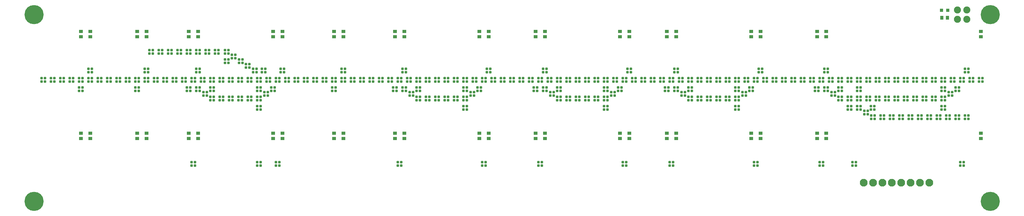
<source format=gts>
G04 Layer: TopSolderMaskLayer*
G04 EasyEDA v6.5.32, 2023-07-25 17:33:38*
G04 0e047b32cf204c8d8061d642989ecc76,5a6b42c53f6a479593ecc07194224c93,10*
G04 Gerber Generator version 0.2*
G04 Scale: 100 percent, Rotated: No, Reflected: No *
G04 Dimensions in millimeters *
G04 leading zeros omitted , absolute positions ,4 integer and 5 decimal *
%FSLAX45Y45*%
%MOMM*%

%AMMACRO1*1,1,$1,$2,$3*1,1,$1,$4,$5*1,1,$1,0-$2,0-$3*1,1,$1,0-$4,0-$5*20,1,$1,$2,$3,$4,$5,0*20,1,$1,$4,$5,0-$2,0-$3,0*20,1,$1,0-$2,0-$3,0-$4,0-$5,0*20,1,$1,0-$4,0-$5,$2,$3,0*4,1,4,$2,$3,$4,$5,0-$2,0-$3,0-$4,0-$5,$2,$3,0*%
%ADD10MACRO1,0.1016X-0.4032X-0.432X-0.4032X0.432*%
%ADD11MACRO1,0.1016X0.4032X-0.432X0.4032X0.432*%
%ADD12MACRO1,0.1016X-0.4X-0.4X-0.4X0.4*%
%ADD13MACRO1,0.1016X-0.275X-0.275X-0.275X0.275*%
%ADD14MACRO1,0.1016X-0.45X-0.4X-0.45X0.4*%
%ADD15MACRO1,0.1016X0.45X0.4X0.45X-0.4*%
%ADD16C,5.2032*%
%ADD17C,1.9016*%
%ADD18C,2.1016*%
%ADD19C,0.0145*%

%LPD*%
D10*
G01*
X25767424Y20485100D03*
D11*
G01*
X25616775Y20485100D03*
D12*
G01*
X25777189Y20688300D03*
G01*
X25607010Y20688300D03*
D13*
G01*
X16462476Y18589519D03*
G01*
X16462476Y18494498D03*
G01*
X16557492Y18494498D03*
G01*
X16557497Y18589520D03*
G01*
X20018476Y18589519D03*
G01*
X20018476Y18494498D03*
G01*
X20113492Y18494498D03*
G01*
X20113498Y18589520D03*
G01*
X25606476Y18589519D03*
G01*
X25606476Y18494498D03*
G01*
X25701492Y18494498D03*
G01*
X25701498Y18589520D03*
G01*
X12652476Y18494498D03*
G01*
X12747492Y18494498D03*
G01*
X12747497Y18589520D03*
G01*
X12652476Y18589519D03*
G01*
X7064476Y18494498D03*
G01*
X7159492Y18494498D03*
G01*
X7159497Y18589520D03*
G01*
X7064476Y18589519D03*
D14*
G01*
X26670000Y20110599D03*
G01*
X26670000Y19970600D03*
G01*
X22237700Y20110599D03*
G01*
X22237700Y19970600D03*
G01*
X22479000Y20110599D03*
G01*
X22479000Y19970600D03*
G01*
X20447000Y20110599D03*
G01*
X20447000Y19970600D03*
G01*
X20701000Y20110599D03*
G01*
X20701000Y19970600D03*
G01*
X18161000Y20110599D03*
G01*
X18161000Y19970600D03*
G01*
X18415000Y20110599D03*
G01*
X18415000Y19970600D03*
G01*
X16891000Y20110599D03*
G01*
X16891000Y19970600D03*
G01*
X17145000Y20110599D03*
G01*
X17145000Y19970600D03*
G01*
X14605000Y20110599D03*
G01*
X14605000Y19970600D03*
G01*
X14859000Y20110599D03*
G01*
X14859000Y19970600D03*
G01*
X10795000Y20110599D03*
G01*
X10795000Y19970600D03*
G01*
X11049000Y20110599D03*
G01*
X11049000Y19970600D03*
G01*
X13081000Y20110599D03*
G01*
X13081000Y19970600D03*
G01*
X13335000Y20110599D03*
G01*
X13335000Y19970600D03*
G01*
X7493000Y20110599D03*
G01*
X7493000Y19970600D03*
G01*
X7747000Y20110599D03*
G01*
X7747000Y19970600D03*
G01*
X9144000Y20110599D03*
G01*
X9144000Y19970600D03*
G01*
X9398000Y20110599D03*
G01*
X9398000Y19970600D03*
G01*
X5461000Y20110599D03*
G01*
X5461000Y19970600D03*
G01*
X4064000Y20110599D03*
G01*
X4064000Y19970600D03*
G01*
X2540000Y20110599D03*
G01*
X2540000Y19970600D03*
G01*
X5207000Y20110599D03*
G01*
X5207000Y19970600D03*
G01*
X3810000Y20110599D03*
G01*
X3810000Y19970600D03*
G01*
X2286000Y20110599D03*
G01*
X2286000Y19970600D03*
D13*
G01*
X4651476Y19510498D03*
G01*
X4746492Y19510498D03*
G01*
X4746497Y19605520D03*
G01*
X4651476Y19605519D03*
G01*
X4397476Y19510498D03*
G01*
X4492492Y19510498D03*
G01*
X4492497Y19605520D03*
G01*
X4397476Y19605519D03*
G01*
X4143476Y19510498D03*
G01*
X4238492Y19510498D03*
G01*
X4238497Y19605520D03*
G01*
X4143476Y19605519D03*
G01*
X10874476Y16462498D03*
G01*
X10969492Y16462498D03*
G01*
X10969497Y16557520D03*
G01*
X10874476Y16557519D03*
G01*
X13160476Y16462498D03*
G01*
X13255492Y16462498D03*
G01*
X13255497Y16557520D03*
G01*
X13160476Y16557519D03*
G01*
X14684476Y16462498D03*
G01*
X14779492Y16462498D03*
G01*
X14779497Y16557520D03*
G01*
X14684476Y16557519D03*
G01*
X16970476Y16462498D03*
G01*
X17065492Y16462498D03*
G01*
X17065498Y16557520D03*
G01*
X16970476Y16557519D03*
G01*
X18240476Y16462498D03*
G01*
X18335492Y16462498D03*
G01*
X18335498Y16557520D03*
G01*
X18240476Y16557519D03*
G01*
X20526476Y16462498D03*
G01*
X20621492Y16462498D03*
G01*
X20621498Y16557520D03*
G01*
X20526476Y16557519D03*
G01*
X22304476Y16462498D03*
G01*
X22399492Y16462498D03*
G01*
X22399498Y16557520D03*
G01*
X22304476Y16557519D03*
G01*
X26114476Y16462498D03*
G01*
X26209492Y16462498D03*
G01*
X26209498Y16557520D03*
G01*
X26114476Y16557519D03*
G01*
X23193476Y16462498D03*
G01*
X23288492Y16462498D03*
G01*
X23288498Y16557520D03*
G01*
X23193476Y16557519D03*
G01*
X1222468Y18748498D03*
G01*
X1317485Y18748498D03*
G01*
X1317490Y18843520D03*
G01*
X1222468Y18843519D03*
G01*
X1476468Y18748498D03*
G01*
X1571485Y18748498D03*
G01*
X1571490Y18843520D03*
G01*
X1476468Y18843519D03*
G01*
X1730468Y18748498D03*
G01*
X1825485Y18748498D03*
G01*
X1825490Y18843520D03*
G01*
X1730468Y18843519D03*
G01*
X1984468Y18748498D03*
G01*
X2079485Y18748498D03*
G01*
X2079490Y18843520D03*
G01*
X1984468Y18843519D03*
G01*
X2238468Y18748498D03*
G01*
X2333485Y18748498D03*
G01*
X2333490Y18843520D03*
G01*
X2238468Y18843519D03*
G01*
X2492468Y19002498D03*
G01*
X2587485Y19002498D03*
G01*
X2587490Y19097520D03*
G01*
X2492468Y19097519D03*
G01*
X2238468Y18494498D03*
G01*
X2333485Y18494498D03*
G01*
X2333490Y18589520D03*
G01*
X2238468Y18589519D03*
G01*
X2492468Y18748498D03*
G01*
X2587485Y18748498D03*
G01*
X2587490Y18843520D03*
G01*
X2492468Y18843519D03*
G01*
X2746468Y18748498D03*
G01*
X2841485Y18748498D03*
G01*
X2841490Y18843520D03*
G01*
X2746468Y18843519D03*
G01*
X3000468Y18748498D03*
G01*
X3095485Y18748498D03*
G01*
X3095490Y18843520D03*
G01*
X3000468Y18843519D03*
G01*
X3254468Y18748498D03*
G01*
X3349485Y18748498D03*
G01*
X3349490Y18843520D03*
G01*
X3254468Y18843519D03*
G01*
X3508468Y18748498D03*
G01*
X3603485Y18748498D03*
G01*
X3603490Y18843520D03*
G01*
X3508468Y18843519D03*
G01*
X3762468Y18748498D03*
G01*
X3857485Y18748498D03*
G01*
X3857490Y18843520D03*
G01*
X3762468Y18843519D03*
G01*
X4016468Y18748498D03*
G01*
X4111485Y18748498D03*
G01*
X4111490Y18843520D03*
G01*
X4016468Y18843519D03*
G01*
X4016468Y19002498D03*
G01*
X4111485Y19002498D03*
G01*
X4111490Y19097520D03*
G01*
X4016468Y19097519D03*
G01*
X3762468Y18494498D03*
G01*
X3857485Y18494498D03*
G01*
X3857490Y18589520D03*
G01*
X3762468Y18589519D03*
G01*
X4270468Y18748498D03*
G01*
X4365485Y18748498D03*
G01*
X4365490Y18843520D03*
G01*
X4270468Y18843519D03*
G01*
X4524468Y18748498D03*
G01*
X4619485Y18748498D03*
G01*
X4619490Y18843520D03*
G01*
X4524468Y18843519D03*
G01*
X4778468Y18748498D03*
G01*
X4873485Y18748498D03*
G01*
X4873490Y18843520D03*
G01*
X4778468Y18843519D03*
G01*
X5540468Y18748498D03*
G01*
X5635485Y18748498D03*
G01*
X5635490Y18843520D03*
G01*
X5540468Y18843519D03*
G01*
X5794468Y18748498D03*
G01*
X5889485Y18748498D03*
G01*
X5889490Y18843520D03*
G01*
X5794468Y18843519D03*
G01*
X6048468Y18748498D03*
G01*
X6143485Y18748498D03*
G01*
X6143490Y18843520D03*
G01*
X6048468Y18843519D03*
G01*
X6810468Y18748498D03*
G01*
X6905485Y18748498D03*
G01*
X6905490Y18843520D03*
G01*
X6810468Y18843519D03*
G01*
X6759676Y19129498D03*
G01*
X6854692Y19129498D03*
G01*
X6854697Y19224520D03*
G01*
X6759676Y19224519D03*
G01*
X6950176Y19002498D03*
G01*
X7045192Y19002498D03*
G01*
X7045197Y19097520D03*
G01*
X6950176Y19097519D03*
G01*
X6569176Y19256498D03*
G01*
X6664192Y19256498D03*
G01*
X6664197Y19351520D03*
G01*
X6569176Y19351519D03*
G01*
X5032468Y18748498D03*
G01*
X5127485Y18748498D03*
G01*
X5127490Y18843520D03*
G01*
X5032468Y18843519D03*
G01*
X5286468Y18748498D03*
G01*
X5381485Y18748498D03*
G01*
X5381490Y18843520D03*
G01*
X5286468Y18843519D03*
G01*
X5413468Y18494498D03*
G01*
X5508485Y18494498D03*
G01*
X5508490Y18589520D03*
G01*
X5413468Y18589519D03*
G01*
X5794468Y18240498D03*
G01*
X5889485Y18240498D03*
G01*
X5889490Y18335520D03*
G01*
X5794468Y18335519D03*
G01*
X5603968Y18367498D03*
G01*
X5698985Y18367498D03*
G01*
X5698990Y18462520D03*
G01*
X5603968Y18462519D03*
G01*
X6048468Y18240498D03*
G01*
X6143485Y18240498D03*
G01*
X6143490Y18335520D03*
G01*
X6048468Y18335519D03*
G01*
X6302468Y18240498D03*
G01*
X6397485Y18240498D03*
G01*
X6397490Y18335520D03*
G01*
X6302468Y18335519D03*
G01*
X6556468Y18240498D03*
G01*
X6651485Y18240498D03*
G01*
X6651490Y18335520D03*
G01*
X6556468Y18335519D03*
G01*
X6810468Y18240498D03*
G01*
X6905485Y18240498D03*
G01*
X6905490Y18335520D03*
G01*
X6810468Y18335519D03*
G01*
X7064468Y18240498D03*
G01*
X7159485Y18240498D03*
G01*
X7159490Y18335520D03*
G01*
X7064468Y18335519D03*
G01*
X6556468Y18748498D03*
G01*
X6651485Y18748498D03*
G01*
X6651490Y18843520D03*
G01*
X6556468Y18843519D03*
G01*
X6302468Y18748498D03*
G01*
X6397485Y18748498D03*
G01*
X6397490Y18843520D03*
G01*
X6302468Y18843519D03*
G01*
X7445468Y18494498D03*
G01*
X7540485Y18494498D03*
G01*
X7540490Y18589520D03*
G01*
X7445468Y18589519D03*
G01*
X7254968Y18367498D03*
G01*
X7349985Y18367498D03*
G01*
X7349990Y18462520D03*
G01*
X7254968Y18462519D03*
G01*
X7064468Y18748498D03*
G01*
X7159485Y18748498D03*
G01*
X7159490Y18843520D03*
G01*
X7064468Y18843519D03*
G01*
X7318468Y18748498D03*
G01*
X7413485Y18748498D03*
G01*
X7413490Y18843520D03*
G01*
X7318468Y18843519D03*
G01*
X7572468Y18748498D03*
G01*
X7667485Y18748498D03*
G01*
X7667490Y18843520D03*
G01*
X7572468Y18843519D03*
G01*
X7826468Y18748498D03*
G01*
X7921485Y18748498D03*
G01*
X7921490Y18843520D03*
G01*
X7826468Y18843519D03*
G01*
X6378668Y19383498D03*
G01*
X6473685Y19383498D03*
G01*
X6473690Y19478520D03*
G01*
X6378668Y19478519D03*
G01*
X6188168Y19510498D03*
G01*
X6283185Y19510498D03*
G01*
X6283190Y19605520D03*
G01*
X6188168Y19605519D03*
G01*
X5921468Y19510498D03*
G01*
X6016485Y19510498D03*
G01*
X6016490Y19605520D03*
G01*
X5921468Y19605519D03*
G01*
X5667468Y19510498D03*
G01*
X5762485Y19510498D03*
G01*
X5762490Y19605520D03*
G01*
X5667468Y19605519D03*
G01*
X5413468Y19510498D03*
G01*
X5508485Y19510498D03*
G01*
X5508490Y19605520D03*
G01*
X5413468Y19605519D03*
G01*
X5159468Y19510498D03*
G01*
X5254485Y19510498D03*
G01*
X5254490Y19605520D03*
G01*
X5159468Y19605519D03*
G01*
X4905468Y19510498D03*
G01*
X5000485Y19510498D03*
G01*
X5000490Y19605520D03*
G01*
X4905468Y19605519D03*
G01*
X5159468Y18494498D03*
G01*
X5254485Y18494498D03*
G01*
X5254490Y18589520D03*
G01*
X5159468Y18589519D03*
G01*
X7699476Y19002498D03*
G01*
X7794492Y19002498D03*
G01*
X7794497Y19097520D03*
G01*
X7699476Y19097519D03*
G01*
X5413476Y19002498D03*
G01*
X5508492Y19002498D03*
G01*
X5508497Y19097520D03*
G01*
X5413476Y19097519D03*
G01*
X9604468Y18748498D03*
G01*
X9699485Y18748498D03*
G01*
X9699490Y18843520D03*
G01*
X9604468Y18843519D03*
G01*
X9096468Y18494498D03*
G01*
X9191485Y18494498D03*
G01*
X9191490Y18589520D03*
G01*
X9096468Y18589519D03*
G01*
X9350468Y19002498D03*
G01*
X9445485Y19002498D03*
G01*
X9445490Y19097520D03*
G01*
X9350468Y19097519D03*
G01*
X9350468Y18748498D03*
G01*
X9445485Y18748498D03*
G01*
X9445490Y18843520D03*
G01*
X9350468Y18843519D03*
G01*
X9096468Y18748498D03*
G01*
X9191485Y18748498D03*
G01*
X9191490Y18843520D03*
G01*
X9096468Y18843519D03*
G01*
X8842468Y18748498D03*
G01*
X8937485Y18748498D03*
G01*
X8937490Y18843520D03*
G01*
X8842468Y18843519D03*
G01*
X8588468Y18748498D03*
G01*
X8683485Y18748498D03*
G01*
X8683490Y18843520D03*
G01*
X8588468Y18843519D03*
G01*
X8334468Y18748498D03*
G01*
X8429485Y18748498D03*
G01*
X8429490Y18843520D03*
G01*
X8334468Y18843519D03*
G01*
X8080468Y18748498D03*
G01*
X8175485Y18748498D03*
G01*
X8175490Y18843520D03*
G01*
X8080468Y18843519D03*
G01*
X9858468Y18748498D03*
G01*
X9953485Y18748498D03*
G01*
X9953490Y18843520D03*
G01*
X9858468Y18843519D03*
G01*
X10112468Y18748498D03*
G01*
X10207485Y18748498D03*
G01*
X10207490Y18843520D03*
G01*
X10112468Y18843519D03*
G01*
X10366468Y18748498D03*
G01*
X10461485Y18748498D03*
G01*
X10461490Y18843520D03*
G01*
X10366468Y18843519D03*
G01*
X13668468Y18748498D03*
G01*
X13763485Y18748498D03*
G01*
X13763490Y18843520D03*
G01*
X13668468Y18843519D03*
G01*
X11001468Y19002498D03*
G01*
X11096485Y19002498D03*
G01*
X11096490Y19097520D03*
G01*
X11001468Y19097519D03*
G01*
X13287476Y19002498D03*
G01*
X13382492Y19002498D03*
G01*
X13382497Y19097520D03*
G01*
X13287476Y19097519D03*
G01*
X10747468Y18494498D03*
G01*
X10842485Y18494498D03*
G01*
X10842490Y18589520D03*
G01*
X10747468Y18589519D03*
G01*
X13414468Y18748498D03*
G01*
X13509485Y18748498D03*
G01*
X13509490Y18843520D03*
G01*
X13414468Y18843519D03*
G01*
X13160468Y18748498D03*
G01*
X13255485Y18748498D03*
G01*
X13255490Y18843520D03*
G01*
X13160468Y18843519D03*
G01*
X12906468Y18748498D03*
G01*
X13001485Y18748498D03*
G01*
X13001490Y18843520D03*
G01*
X12906468Y18843519D03*
G01*
X12652468Y18748498D03*
G01*
X12747485Y18748498D03*
G01*
X12747490Y18843520D03*
G01*
X12652468Y18843519D03*
G01*
X12842968Y18367498D03*
G01*
X12937985Y18367498D03*
G01*
X12937990Y18462520D03*
G01*
X12842968Y18462519D03*
G01*
X13033468Y18494498D03*
G01*
X13128485Y18494498D03*
G01*
X13128490Y18589520D03*
G01*
X13033468Y18589519D03*
G01*
X11890468Y18748498D03*
G01*
X11985485Y18748498D03*
G01*
X11985490Y18843520D03*
G01*
X11890468Y18843519D03*
G01*
X12144468Y18748498D03*
G01*
X12239485Y18748498D03*
G01*
X12239490Y18843520D03*
G01*
X12144468Y18843519D03*
G01*
X12652468Y18240498D03*
G01*
X12747485Y18240498D03*
G01*
X12747490Y18335520D03*
G01*
X12652468Y18335519D03*
G01*
X12398468Y18240498D03*
G01*
X12493485Y18240498D03*
G01*
X12493490Y18335520D03*
G01*
X12398468Y18335519D03*
G01*
X12144468Y18240498D03*
G01*
X12239485Y18240498D03*
G01*
X12239490Y18335520D03*
G01*
X12144468Y18335519D03*
G01*
X11890468Y18240498D03*
G01*
X11985485Y18240498D03*
G01*
X11985490Y18335520D03*
G01*
X11890468Y18335519D03*
G01*
X11636468Y18240498D03*
G01*
X11731485Y18240498D03*
G01*
X11731490Y18335520D03*
G01*
X11636468Y18335519D03*
G01*
X11191968Y18367498D03*
G01*
X11286985Y18367498D03*
G01*
X11286990Y18462520D03*
G01*
X11191968Y18462519D03*
G01*
X11382468Y18240498D03*
G01*
X11477485Y18240498D03*
G01*
X11477490Y18335520D03*
G01*
X11382468Y18335519D03*
G01*
X11001468Y18494498D03*
G01*
X11096485Y18494498D03*
G01*
X11096490Y18589520D03*
G01*
X11001468Y18589519D03*
G01*
X10874468Y18748498D03*
G01*
X10969485Y18748498D03*
G01*
X10969490Y18843520D03*
G01*
X10874468Y18843519D03*
G01*
X10620468Y18748498D03*
G01*
X10715485Y18748498D03*
G01*
X10715490Y18843520D03*
G01*
X10620468Y18843519D03*
G01*
X12398468Y18748498D03*
G01*
X12493485Y18748498D03*
G01*
X12493490Y18843520D03*
G01*
X12398468Y18843519D03*
G01*
X11636468Y18748498D03*
G01*
X11731485Y18748498D03*
G01*
X11731490Y18843520D03*
G01*
X11636468Y18843519D03*
G01*
X11382468Y18748498D03*
G01*
X11477485Y18748498D03*
G01*
X11477490Y18843520D03*
G01*
X11382468Y18843519D03*
G01*
X11128468Y18748498D03*
G01*
X11223485Y18748498D03*
G01*
X11223490Y18843520D03*
G01*
X11128468Y18843519D03*
G01*
X13922468Y18748498D03*
G01*
X14017485Y18748498D03*
G01*
X14017490Y18843520D03*
G01*
X13922468Y18843519D03*
G01*
X14176468Y18748498D03*
G01*
X14271485Y18748498D03*
G01*
X14271490Y18843520D03*
G01*
X14176468Y18843519D03*
G01*
X14430474Y18748498D03*
G01*
X14525490Y18748498D03*
G01*
X14525495Y18843520D03*
G01*
X14430474Y18843519D03*
G01*
X14938474Y18748498D03*
G01*
X15033490Y18748498D03*
G01*
X15033495Y18843520D03*
G01*
X14938474Y18843519D03*
G01*
X15192474Y18748498D03*
G01*
X15287490Y18748498D03*
G01*
X15287495Y18843520D03*
G01*
X15192474Y18843519D03*
G01*
X15446474Y18748498D03*
G01*
X15541490Y18748498D03*
G01*
X15541495Y18843520D03*
G01*
X15446474Y18843519D03*
G01*
X16208474Y18748498D03*
G01*
X16303490Y18748498D03*
G01*
X16303495Y18843520D03*
G01*
X16208474Y18843519D03*
G01*
X14684474Y18748498D03*
G01*
X14779490Y18748498D03*
G01*
X14779495Y18843520D03*
G01*
X14684474Y18843519D03*
G01*
X14811474Y18494498D03*
G01*
X14906490Y18494498D03*
G01*
X14906495Y18589520D03*
G01*
X14811474Y18589519D03*
G01*
X15192474Y18240498D03*
G01*
X15287490Y18240498D03*
G01*
X15287495Y18335520D03*
G01*
X15192474Y18335519D03*
G01*
X15001974Y18367498D03*
G01*
X15096990Y18367498D03*
G01*
X15096995Y18462520D03*
G01*
X15001974Y18462519D03*
G01*
X15446474Y18240498D03*
G01*
X15541490Y18240498D03*
G01*
X15541495Y18335520D03*
G01*
X15446474Y18335519D03*
G01*
X15700474Y18240498D03*
G01*
X15795490Y18240498D03*
G01*
X15795495Y18335520D03*
G01*
X15700474Y18335519D03*
G01*
X15954474Y18240498D03*
G01*
X16049490Y18240498D03*
G01*
X16049495Y18335520D03*
G01*
X15954474Y18335519D03*
G01*
X16208474Y18240498D03*
G01*
X16303490Y18240498D03*
G01*
X16303495Y18335520D03*
G01*
X16208474Y18335519D03*
G01*
X16462474Y18240498D03*
G01*
X16557490Y18240498D03*
G01*
X16557495Y18335520D03*
G01*
X16462474Y18335519D03*
G01*
X15954474Y18748498D03*
G01*
X16049490Y18748498D03*
G01*
X16049495Y18843520D03*
G01*
X15954474Y18843519D03*
G01*
X15700474Y18748498D03*
G01*
X15795490Y18748498D03*
G01*
X15795495Y18843520D03*
G01*
X15700474Y18843519D03*
G01*
X16843474Y18494498D03*
G01*
X16938490Y18494498D03*
G01*
X16938495Y18589520D03*
G01*
X16843474Y18589519D03*
G01*
X16652974Y18367498D03*
G01*
X16747990Y18367498D03*
G01*
X16747995Y18462520D03*
G01*
X16652974Y18462519D03*
G01*
X16462474Y18748498D03*
G01*
X16557490Y18748498D03*
G01*
X16557495Y18843520D03*
G01*
X16462474Y18843519D03*
G01*
X16716474Y18748498D03*
G01*
X16811490Y18748498D03*
G01*
X16811495Y18843520D03*
G01*
X16716474Y18843519D03*
G01*
X16970474Y18748498D03*
G01*
X17065490Y18748498D03*
G01*
X17065495Y18843520D03*
G01*
X16970474Y18843519D03*
G01*
X14557474Y18494498D03*
G01*
X14652490Y18494498D03*
G01*
X14652495Y18589520D03*
G01*
X14557474Y18589519D03*
G01*
X17097474Y19002498D03*
G01*
X17192490Y19002498D03*
G01*
X17192495Y19097520D03*
G01*
X17097474Y19097519D03*
G01*
X14811474Y19002498D03*
G01*
X14906490Y19002498D03*
G01*
X14906495Y19097520D03*
G01*
X14811474Y19097519D03*
G01*
X18367474Y19002498D03*
G01*
X18462490Y19002498D03*
G01*
X18462495Y19097520D03*
G01*
X18367474Y19097519D03*
G01*
X18113474Y18494498D03*
G01*
X18208490Y18494498D03*
G01*
X18208495Y18589520D03*
G01*
X18113474Y18589519D03*
G01*
X20526474Y18748498D03*
G01*
X20621490Y18748498D03*
G01*
X20621495Y18843520D03*
G01*
X20526474Y18843519D03*
G01*
X20272474Y18748498D03*
G01*
X20367490Y18748498D03*
G01*
X20367495Y18843520D03*
G01*
X20272474Y18843519D03*
G01*
X20018474Y18748498D03*
G01*
X20113490Y18748498D03*
G01*
X20113495Y18843520D03*
G01*
X20018474Y18843519D03*
G01*
X20208974Y18367498D03*
G01*
X20303990Y18367498D03*
G01*
X20303995Y18462520D03*
G01*
X20208974Y18462519D03*
G01*
X20399474Y18494498D03*
G01*
X20494490Y18494498D03*
G01*
X20494495Y18589520D03*
G01*
X20399474Y18589519D03*
G01*
X19256474Y18748498D03*
G01*
X19351490Y18748498D03*
G01*
X19351495Y18843520D03*
G01*
X19256474Y18843519D03*
G01*
X19510474Y18748498D03*
G01*
X19605490Y18748498D03*
G01*
X19605495Y18843520D03*
G01*
X19510474Y18843519D03*
G01*
X20018474Y18240498D03*
G01*
X20113490Y18240498D03*
G01*
X20113495Y18335520D03*
G01*
X20018474Y18335519D03*
G01*
X19764474Y18240498D03*
G01*
X19859490Y18240498D03*
G01*
X19859495Y18335520D03*
G01*
X19764474Y18335519D03*
G01*
X19510474Y18240498D03*
G01*
X19605490Y18240498D03*
G01*
X19605495Y18335520D03*
G01*
X19510474Y18335519D03*
G01*
X19256474Y18240498D03*
G01*
X19351490Y18240498D03*
G01*
X19351495Y18335520D03*
G01*
X19256474Y18335519D03*
G01*
X19002474Y18240498D03*
G01*
X19097490Y18240498D03*
G01*
X19097495Y18335520D03*
G01*
X19002474Y18335519D03*
G01*
X18557974Y18367498D03*
G01*
X18652990Y18367498D03*
G01*
X18652995Y18462520D03*
G01*
X18557974Y18462519D03*
G01*
X18748474Y18240498D03*
G01*
X18843490Y18240498D03*
G01*
X18843495Y18335520D03*
G01*
X18748474Y18335519D03*
G01*
X18367474Y18494498D03*
G01*
X18462490Y18494498D03*
G01*
X18462495Y18589520D03*
G01*
X18367474Y18589519D03*
G01*
X18240474Y18748498D03*
G01*
X18335490Y18748498D03*
G01*
X18335495Y18843520D03*
G01*
X18240474Y18843519D03*
G01*
X19764474Y18748498D03*
G01*
X19859490Y18748498D03*
G01*
X19859495Y18843520D03*
G01*
X19764474Y18843519D03*
G01*
X19002474Y18748498D03*
G01*
X19097490Y18748498D03*
G01*
X19097495Y18843520D03*
G01*
X19002474Y18843519D03*
G01*
X18748474Y18748498D03*
G01*
X18843490Y18748498D03*
G01*
X18843495Y18843520D03*
G01*
X18748474Y18843519D03*
G01*
X18494474Y18748498D03*
G01*
X18589490Y18748498D03*
G01*
X18589495Y18843520D03*
G01*
X18494474Y18843519D03*
G01*
X17986474Y18748498D03*
G01*
X18081490Y18748498D03*
G01*
X18081495Y18843520D03*
G01*
X17986474Y18843519D03*
G01*
X17732474Y18748498D03*
G01*
X17827490Y18748498D03*
G01*
X17827495Y18843520D03*
G01*
X17732474Y18843519D03*
G01*
X17224474Y18748498D03*
G01*
X17319490Y18748498D03*
G01*
X17319495Y18843520D03*
G01*
X17224474Y18843519D03*
G01*
X17478474Y18748498D03*
G01*
X17573490Y18748498D03*
G01*
X17573495Y18843520D03*
G01*
X17478474Y18843519D03*
G01*
X5286476Y16462498D03*
G01*
X5381492Y16462498D03*
G01*
X5381497Y16557520D03*
G01*
X5286476Y16557519D03*
G01*
X7064476Y16462498D03*
G01*
X7159492Y16462498D03*
G01*
X7159497Y16557520D03*
G01*
X7064476Y16557519D03*
G01*
X7572476Y16462498D03*
G01*
X7667492Y16462498D03*
G01*
X7667497Y16557520D03*
G01*
X7572476Y16557519D03*
G01*
X21288474Y18748498D03*
G01*
X21383490Y18748498D03*
G01*
X21383495Y18843520D03*
G01*
X21288474Y18843519D03*
G01*
X21034474Y18748498D03*
G01*
X21129490Y18748498D03*
G01*
X21129495Y18843520D03*
G01*
X21034474Y18843519D03*
G01*
X21542474Y18748498D03*
G01*
X21637490Y18748498D03*
G01*
X21637495Y18843520D03*
G01*
X21542474Y18843519D03*
G01*
X21796474Y18748498D03*
G01*
X21891490Y18748498D03*
G01*
X21891495Y18843520D03*
G01*
X21796474Y18843519D03*
G01*
X22050474Y18748498D03*
G01*
X22145490Y18748498D03*
G01*
X22145495Y18843520D03*
G01*
X22050474Y18843519D03*
G01*
X22558474Y18748498D03*
G01*
X22653490Y18748498D03*
G01*
X22653495Y18843520D03*
G01*
X22558474Y18843519D03*
G01*
X22812474Y18748498D03*
G01*
X22907490Y18748498D03*
G01*
X22907495Y18843520D03*
G01*
X22812474Y18843519D03*
G01*
X24590474Y18748498D03*
G01*
X24685490Y18748498D03*
G01*
X24685495Y18843520D03*
G01*
X24590474Y18843519D03*
G01*
X25352474Y18748498D03*
G01*
X25447490Y18748498D03*
G01*
X25447495Y18843520D03*
G01*
X25352474Y18843519D03*
G01*
X22304474Y18748498D03*
G01*
X22399490Y18748498D03*
G01*
X22399495Y18843520D03*
G01*
X22304474Y18843519D03*
G01*
X22431474Y18494498D03*
G01*
X22526490Y18494498D03*
G01*
X22526495Y18589520D03*
G01*
X22431474Y18589519D03*
G01*
X22812474Y18240498D03*
G01*
X22907490Y18240498D03*
G01*
X22907495Y18335520D03*
G01*
X22812474Y18335519D03*
G01*
X22621974Y18367498D03*
G01*
X22716990Y18367498D03*
G01*
X22716995Y18462520D03*
G01*
X22621974Y18462519D03*
G01*
X24590474Y18240498D03*
G01*
X24685490Y18240498D03*
G01*
X24685495Y18335520D03*
G01*
X24590474Y18335519D03*
G01*
X24844474Y18240498D03*
G01*
X24939490Y18240498D03*
G01*
X24939495Y18335520D03*
G01*
X24844474Y18335519D03*
G01*
X25098474Y18240498D03*
G01*
X25193490Y18240498D03*
G01*
X25193495Y18335520D03*
G01*
X25098474Y18335519D03*
G01*
X25352474Y18240498D03*
G01*
X25447490Y18240498D03*
G01*
X25447495Y18335520D03*
G01*
X25352474Y18335519D03*
G01*
X25606474Y18240498D03*
G01*
X25701490Y18240498D03*
G01*
X25701495Y18335520D03*
G01*
X25606474Y18335519D03*
G01*
X25098474Y18748498D03*
G01*
X25193490Y18748498D03*
G01*
X25193495Y18843520D03*
G01*
X25098474Y18843519D03*
G01*
X24844474Y18748498D03*
G01*
X24939490Y18748498D03*
G01*
X24939495Y18843520D03*
G01*
X24844474Y18843519D03*
G01*
X25987474Y18494498D03*
G01*
X26082490Y18494498D03*
G01*
X26082495Y18589520D03*
G01*
X25987474Y18589519D03*
G01*
X25796974Y18367498D03*
G01*
X25891990Y18367498D03*
G01*
X25891995Y18462520D03*
G01*
X25796974Y18462519D03*
G01*
X25606474Y18748498D03*
G01*
X25701490Y18748498D03*
G01*
X25701495Y18843520D03*
G01*
X25606474Y18843519D03*
G01*
X25860474Y18748498D03*
G01*
X25955490Y18748498D03*
G01*
X25955495Y18843520D03*
G01*
X25860474Y18843519D03*
G01*
X26114474Y18748498D03*
G01*
X26209490Y18748498D03*
G01*
X26209495Y18843520D03*
G01*
X26114474Y18843519D03*
G01*
X22177474Y18494498D03*
G01*
X22272490Y18494498D03*
G01*
X22272495Y18589520D03*
G01*
X22177474Y18589519D03*
G01*
X26241474Y19002498D03*
G01*
X26336490Y19002498D03*
G01*
X26336495Y19097520D03*
G01*
X26241474Y19097519D03*
G01*
X22431474Y19002498D03*
G01*
X22526490Y19002498D03*
G01*
X22526495Y19097520D03*
G01*
X22431474Y19097519D03*
G01*
X20653474Y19002498D03*
G01*
X20748490Y19002498D03*
G01*
X20748495Y19097520D03*
G01*
X20653474Y19097519D03*
G01*
X23828474Y18240498D03*
G01*
X23923490Y18240498D03*
G01*
X23923495Y18335520D03*
G01*
X23828474Y18335519D03*
G01*
X23574474Y18240498D03*
G01*
X23669490Y18240498D03*
G01*
X23669495Y18335520D03*
G01*
X23574474Y18335519D03*
G01*
X23320474Y18240498D03*
G01*
X23415490Y18240498D03*
G01*
X23415495Y18335520D03*
G01*
X23320474Y18335519D03*
G01*
X23066474Y18240498D03*
G01*
X23161490Y18240498D03*
G01*
X23161495Y18335520D03*
G01*
X23066474Y18335519D03*
G01*
X23955474Y17732498D03*
G01*
X24050490Y17732498D03*
G01*
X24050495Y17827520D03*
G01*
X23955474Y17827519D03*
G01*
X24209474Y17732498D03*
G01*
X24304490Y17732498D03*
G01*
X24304495Y17827520D03*
G01*
X24209474Y17827519D03*
G01*
X24463474Y17732498D03*
G01*
X24558490Y17732498D03*
G01*
X24558495Y17827520D03*
G01*
X24463474Y17827519D03*
G01*
X24717474Y17732498D03*
G01*
X24812490Y17732498D03*
G01*
X24812495Y17827520D03*
G01*
X24717474Y17827519D03*
G01*
X23066476Y17986498D03*
G01*
X23161492Y17986498D03*
G01*
X23161498Y18081520D03*
G01*
X23066476Y18081519D03*
G01*
X23510974Y17859498D03*
G01*
X23605990Y17859498D03*
G01*
X23605995Y17954520D03*
G01*
X23510974Y17954519D03*
G01*
X23701474Y17732498D03*
G01*
X23796490Y17732498D03*
G01*
X23796495Y17827520D03*
G01*
X23701474Y17827519D03*
G01*
X23320474Y17986498D03*
G01*
X23415490Y17986498D03*
G01*
X23415495Y18081520D03*
G01*
X23320474Y18081519D03*
G01*
X24336474Y18748498D03*
G01*
X24431490Y18748498D03*
G01*
X24431495Y18843520D03*
G01*
X24336474Y18843519D03*
G01*
X24082474Y18748498D03*
G01*
X24177490Y18748498D03*
G01*
X24177495Y18843520D03*
G01*
X24082474Y18843519D03*
G01*
X23320474Y18748498D03*
G01*
X23415490Y18748498D03*
G01*
X23415495Y18843520D03*
G01*
X23320474Y18843519D03*
G01*
X23574474Y18748498D03*
G01*
X23669490Y18748498D03*
G01*
X23669495Y18843520D03*
G01*
X23574474Y18843519D03*
G01*
X23828474Y18748498D03*
G01*
X23923490Y18748498D03*
G01*
X23923495Y18843520D03*
G01*
X23828474Y18843519D03*
G01*
X23066474Y18748498D03*
G01*
X23161490Y18748498D03*
G01*
X23161495Y18843520D03*
G01*
X23066474Y18843519D03*
G01*
X23320474Y18494498D03*
G01*
X23415490Y18494498D03*
G01*
X23415495Y18589520D03*
G01*
X23320474Y18589519D03*
G01*
X26368474Y18748498D03*
G01*
X26463490Y18748498D03*
G01*
X26463495Y18843520D03*
G01*
X26368474Y18843519D03*
G01*
X26622474Y18748498D03*
G01*
X26717490Y18748498D03*
G01*
X26717495Y18843520D03*
G01*
X26622474Y18843519D03*
G01*
X20780474Y18748498D03*
G01*
X20875490Y18748498D03*
G01*
X20875495Y18843520D03*
G01*
X20780474Y18843519D03*
G01*
X24082474Y18240498D03*
G01*
X24177490Y18240498D03*
G01*
X24177495Y18335520D03*
G01*
X24082474Y18335519D03*
G01*
X24336474Y18240498D03*
G01*
X24431490Y18240498D03*
G01*
X24431495Y18335520D03*
G01*
X24336474Y18335519D03*
G01*
X24971474Y17732498D03*
G01*
X25066490Y17732498D03*
G01*
X25066495Y17827520D03*
G01*
X24971474Y17827519D03*
G01*
X26241474Y17732498D03*
G01*
X26336490Y17732498D03*
G01*
X26336495Y17827520D03*
G01*
X26241474Y17827519D03*
G01*
X25987474Y17732498D03*
G01*
X26082490Y17732498D03*
G01*
X26082495Y17827520D03*
G01*
X25987474Y17827519D03*
G01*
X25733474Y17732498D03*
G01*
X25828490Y17732498D03*
G01*
X25828495Y17827520D03*
G01*
X25733474Y17827519D03*
G01*
X25479474Y17732498D03*
G01*
X25574490Y17732498D03*
G01*
X25574495Y17827520D03*
G01*
X25479474Y17827519D03*
G01*
X25225474Y17732498D03*
G01*
X25320490Y17732498D03*
G01*
X25320495Y17827520D03*
G01*
X25225474Y17827519D03*
G01*
X5794468Y18494498D03*
G01*
X5889485Y18494498D03*
G01*
X5889490Y18589520D03*
G01*
X5794468Y18589519D03*
G01*
X7191468Y19002498D03*
G01*
X7286485Y19002498D03*
G01*
X7286490Y19097520D03*
G01*
X7191468Y19097519D03*
G01*
X6188168Y19256498D03*
G01*
X6283185Y19256498D03*
G01*
X6283190Y19351520D03*
G01*
X6188168Y19351519D03*
G01*
X7064468Y17986498D03*
G01*
X7159485Y17986498D03*
G01*
X7159490Y18081520D03*
G01*
X7064468Y18081519D03*
G01*
X11382468Y18494498D03*
G01*
X11477485Y18494498D03*
G01*
X11477490Y18589520D03*
G01*
X11382468Y18589519D03*
G01*
X12652468Y17986498D03*
G01*
X12747485Y17986498D03*
G01*
X12747490Y18081520D03*
G01*
X12652468Y18081519D03*
G01*
X15192474Y18494498D03*
G01*
X15287490Y18494498D03*
G01*
X15287495Y18589520D03*
G01*
X15192474Y18589519D03*
G01*
X16462474Y17986498D03*
G01*
X16557490Y17986498D03*
G01*
X16557495Y18081520D03*
G01*
X16462474Y18081519D03*
G01*
X18748474Y18494498D03*
G01*
X18843490Y18494498D03*
G01*
X18843495Y18589520D03*
G01*
X18748474Y18589519D03*
G01*
X20018474Y17986498D03*
G01*
X20113490Y17986498D03*
G01*
X20113495Y18081520D03*
G01*
X20018474Y18081519D03*
G01*
X23688774Y17986498D03*
G01*
X23783790Y17986498D03*
G01*
X23783795Y18081520D03*
G01*
X23688774Y18081519D03*
G01*
X22812474Y18494498D03*
G01*
X22907490Y18494498D03*
G01*
X22907495Y18589520D03*
G01*
X22812474Y18589519D03*
G01*
X25606474Y17986498D03*
G01*
X25701490Y17986498D03*
G01*
X25701495Y18081520D03*
G01*
X25606474Y18081519D03*
D15*
G01*
X2286000Y17202000D03*
G01*
X2286000Y17341999D03*
G01*
X3810000Y17202000D03*
G01*
X3810000Y17341999D03*
G01*
X5207000Y17202000D03*
G01*
X5207000Y17341999D03*
G01*
X2540000Y17202000D03*
G01*
X2540000Y17341999D03*
G01*
X4064000Y17202000D03*
G01*
X4064000Y17341999D03*
G01*
X5461000Y17202000D03*
G01*
X5461000Y17341999D03*
G01*
X7493000Y17202000D03*
G01*
X7493000Y17341999D03*
G01*
X7747000Y17202000D03*
G01*
X7747000Y17341999D03*
G01*
X9144000Y17202000D03*
G01*
X9144000Y17341999D03*
G01*
X9398000Y17202000D03*
G01*
X9398000Y17341999D03*
G01*
X10795000Y17202000D03*
G01*
X10795000Y17341999D03*
G01*
X11049000Y17202000D03*
G01*
X11049000Y17341999D03*
G01*
X13081000Y17202000D03*
G01*
X13081000Y17341999D03*
G01*
X13335000Y17202000D03*
G01*
X13335000Y17341999D03*
G01*
X14605000Y17202000D03*
G01*
X14605000Y17341999D03*
G01*
X14859000Y17202000D03*
G01*
X14859000Y17341999D03*
G01*
X16891000Y17202000D03*
G01*
X16891000Y17341999D03*
G01*
X17145000Y17202000D03*
G01*
X17145000Y17341999D03*
G01*
X18161000Y17202000D03*
G01*
X18161000Y17341999D03*
G01*
X18415000Y17202000D03*
G01*
X18415000Y17341999D03*
G01*
X20447000Y17202000D03*
G01*
X20447000Y17341999D03*
G01*
X20701000Y17202000D03*
G01*
X20701000Y17341999D03*
G01*
X22237700Y17202000D03*
G01*
X22237700Y17341999D03*
G01*
X22479000Y17202000D03*
G01*
X22479000Y17341999D03*
G01*
X26670000Y17202000D03*
G01*
X26670000Y17341999D03*
D16*
G01*
X1016000Y15494000D03*
G01*
X1016000Y20574000D03*
G01*
X26924000Y15494000D03*
G01*
X26924000Y20574000D03*
D17*
G01*
X26289000Y20701000D03*
G01*
X26289000Y20447000D03*
G01*
X26035000Y20447000D03*
G01*
X26035000Y20701000D03*
D18*
G01*
X25273000Y16002000D03*
G01*
X25019000Y16002000D03*
G01*
X24765000Y16002000D03*
G01*
X24511000Y16002000D03*
G01*
X24257000Y16002000D03*
G01*
X24003000Y16002000D03*
G01*
X23749000Y16002000D03*
G01*
X23495000Y16002000D03*
M02*

</source>
